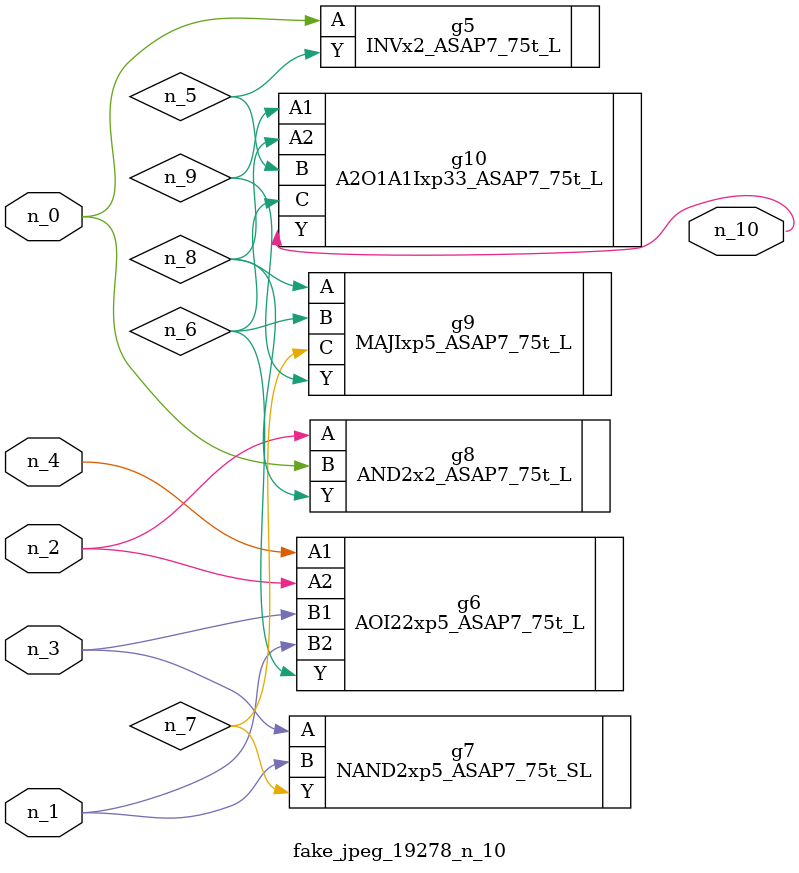
<source format=v>
module fake_jpeg_19278_n_10 (n_3, n_2, n_1, n_0, n_4, n_10);

input n_3;
input n_2;
input n_1;
input n_0;
input n_4;

output n_10;

wire n_8;
wire n_9;
wire n_6;
wire n_5;
wire n_7;

INVx2_ASAP7_75t_L g5 ( 
.A(n_0),
.Y(n_5)
);

AOI22xp5_ASAP7_75t_L g6 ( 
.A1(n_4),
.A2(n_2),
.B1(n_3),
.B2(n_1),
.Y(n_6)
);

NAND2xp5_ASAP7_75t_SL g7 ( 
.A(n_3),
.B(n_1),
.Y(n_7)
);

AND2x2_ASAP7_75t_L g8 ( 
.A(n_2),
.B(n_0),
.Y(n_8)
);

MAJIxp5_ASAP7_75t_L g9 ( 
.A(n_8),
.B(n_6),
.C(n_7),
.Y(n_9)
);

A2O1A1Ixp33_ASAP7_75t_L g10 ( 
.A1(n_9),
.A2(n_8),
.B(n_5),
.C(n_6),
.Y(n_10)
);


endmodule
</source>
